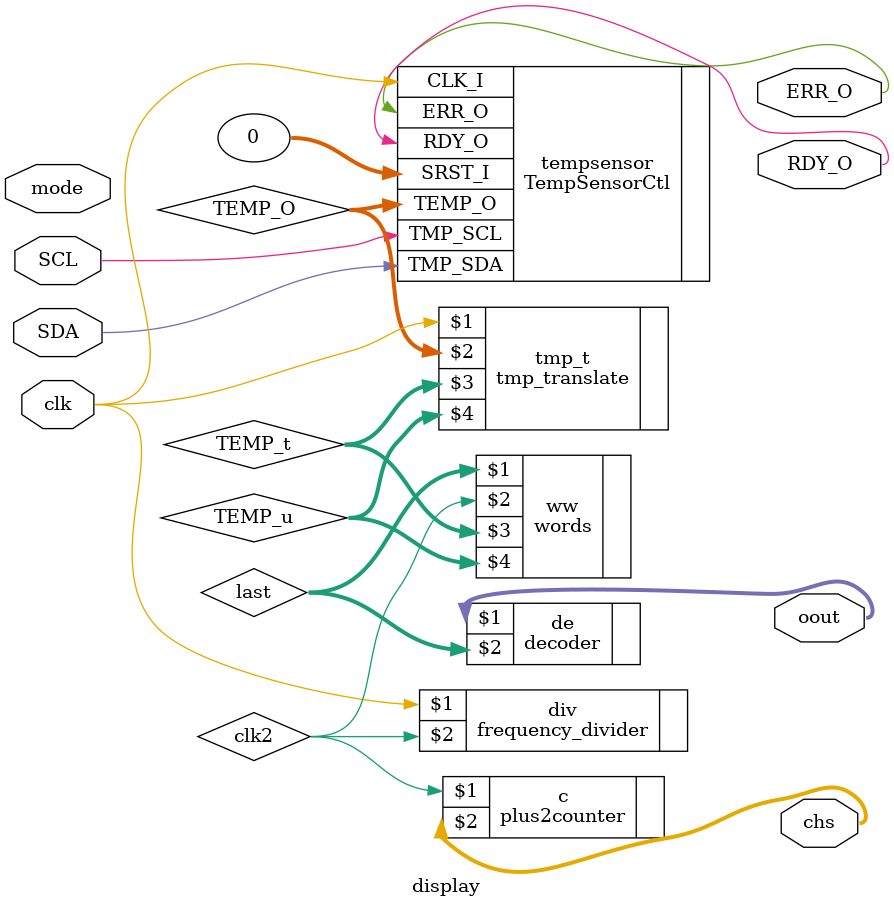
<source format=v>
`timescale 1ns/1ps

module display (clk, chs,oout, mode,  SCL, SDA, RDY_O,ERR_O);

output [7:0]chs ;
output [7:0]oout;
output RDY_O;
output ERR_O;

input clk;
input [3:0]mode;

inout SCL;
inout SDA;

wire [3:0]last;
wire clk2;
wire  [12:0]TEMP_O;
wire [3:0] TEMP_t, TEMP_u;


 frequency_divider div(clk, clk2);
 TempSensorCtl tempsensor(
    .TMP_SCL(SCL),
    .TMP_SDA(SDA),
    .TEMP_O(TEMP_O),
    .RDY_O(RDY_O),
    .ERR_O(ERR_O),
    .CLK_I(clk),
    .SRST_I(0)
 );
 tmp_translate tmp_t(clk ,TEMP_O, TEMP_t, TEMP_u);
 plus2counter c(clk2, chs);
 words ww(last, clk2,  TEMP_t, TEMP_u);
 decoder de(oout, last);

    
endmodule
</source>
